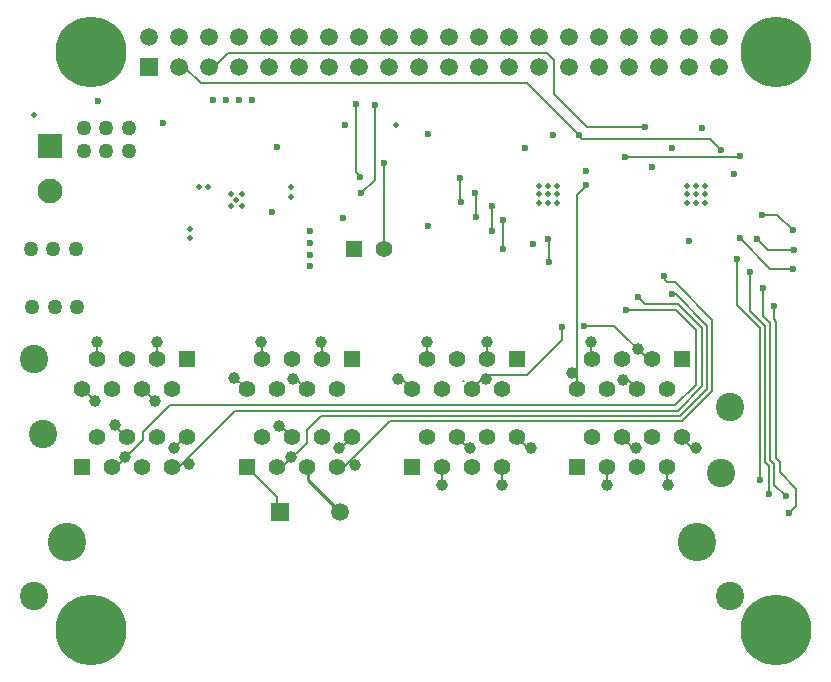
<source format=gbl>
G04*
G04 #@! TF.GenerationSoftware,Altium Limited,Altium Designer,19.1.8 (144)*
G04*
G04 Layer_Physical_Order=4*
G04 Layer_Color=16711680*
%FSLAX25Y25*%
%MOIN*%
G70*
G01*
G75*
%ADD12C,0.00787*%
%ADD14C,0.01000*%
%ADD24C,0.03937*%
%ADD25C,0.05906*%
%ADD77C,0.00800*%
%ADD78C,0.00700*%
%ADD81R,0.08268X0.08268*%
%ADD82C,0.08268*%
%ADD83C,0.05512*%
%ADD84R,0.05512X0.05512*%
%ADD85C,0.09449*%
%ADD86C,0.12795*%
%ADD87R,0.05906X0.05906*%
%ADD88C,0.02362*%
%ADD89C,0.01968*%
%ADD90C,0.05000*%
%ADD108R,0.05906X0.05906*%
%ADD109C,0.23622*%
D12*
X156496Y94095D02*
X161220Y98819D01*
X186614Y110630D02*
Y114961D01*
X174803Y98819D02*
X186614Y110630D01*
X161220Y98819D02*
X174803D01*
X93307Y68110D02*
X101575Y76378D01*
Y80709D01*
X91496Y68110D02*
X93307D01*
X101575Y80709D02*
X106118Y85252D01*
X225741D01*
X92716Y81890D02*
X96496Y78110D01*
X92126Y81890D02*
X92716D01*
X196280Y104311D02*
X196496Y104095D01*
X196280Y104311D02*
Y109626D01*
X196063Y109843D02*
X196280Y109626D01*
X207059Y96878D02*
X208712D01*
X206693Y97244D02*
X207059Y96878D01*
X208712D02*
X211496Y94095D01*
X210197Y74410D02*
X211024D01*
X206496Y78110D02*
X210197Y74410D01*
X229280Y75326D02*
X229333D01*
X230250Y74410D01*
X231102D01*
X226496Y78110D02*
X229280Y75326D01*
X221496Y68110D02*
X221575Y68031D01*
Y62283D02*
Y68031D01*
Y62283D02*
X221654Y62205D01*
X201496Y68110D02*
X201535Y68071D01*
Y62244D02*
Y68071D01*
Y62244D02*
X201575Y62205D01*
X146476Y68090D02*
X146496Y68110D01*
X146476Y62224D02*
Y68090D01*
X146457Y62205D02*
X146476Y62224D01*
X166496Y68110D02*
X166516Y68090D01*
Y62224D02*
Y68090D01*
Y62224D02*
X166535Y62205D01*
X155197Y74410D02*
X155905D01*
X151496Y78110D02*
X155197Y74410D01*
X171496Y78110D02*
X175197Y74410D01*
X175984D01*
X161457Y104134D02*
X161496Y104095D01*
X161457Y104134D02*
Y109803D01*
X161417Y109843D02*
X161457Y109803D01*
X153580Y96878D02*
X153712D01*
X141417Y104173D02*
X141496Y104095D01*
X141417Y104173D02*
Y109764D01*
X141339Y109843D02*
X141417Y109764D01*
X133501Y96878D02*
X133712D01*
X132742Y97638D02*
X133501Y96878D01*
X131890Y97638D02*
X132742D01*
X133712Y96878D02*
X136496Y94095D01*
X106398Y104193D02*
X106496Y104095D01*
X106398Y104193D02*
Y109744D01*
X106299Y109843D02*
X106398Y109744D01*
X98555Y97035D02*
X101496Y94095D01*
X97453Y97035D02*
X98555D01*
X96850Y97638D02*
X97453Y97035D01*
X86358Y104232D02*
X86496Y104095D01*
X86358Y104232D02*
Y109705D01*
X86221Y109843D02*
X86358Y109705D01*
X77559Y98032D02*
X81496Y94095D01*
X77165Y98032D02*
X77559D01*
X112205Y74410D02*
X112795D01*
X116496Y78110D01*
X111457Y68071D02*
X111496Y68110D01*
X91417Y68032D02*
X91496Y68110D01*
X36358Y67972D02*
X36496Y68110D01*
X56398Y68012D02*
X56496Y68110D01*
X57087Y74410D02*
X60787Y78110D01*
X61496D01*
X37402Y82284D02*
X40709Y78110D01*
X41496D01*
X46496Y94095D02*
X46850D01*
X50787Y90158D01*
X26772Y94095D02*
X30709Y90158D01*
X26496Y94095D02*
X26772D01*
X31496Y104095D02*
Y107874D01*
X31496Y104095D02*
X31496Y104095D01*
X51535Y109409D02*
X51575Y109449D01*
X51535Y104134D02*
Y109409D01*
X51496Y104095D02*
X51535Y104134D01*
X55756Y88827D02*
X224260D01*
X46850Y79921D02*
X55756Y88827D01*
X46850Y77165D02*
Y79921D01*
X37795Y68110D02*
X46850Y77165D01*
X77591Y87039D02*
X225000D01*
X58661Y68110D02*
X77591Y87039D01*
X56496Y68110D02*
X58661D01*
X193701Y115354D02*
X203937D01*
X215197Y104095D01*
X223228Y125984D02*
X223489Y125724D01*
X224442D01*
X234858Y115307D01*
Y94370D02*
Y115307D01*
X255937Y70669D02*
Y116110D01*
Y70669D02*
X257299Y69307D01*
Y62386D02*
Y69307D01*
Y62386D02*
X261024Y58661D01*
X258268Y152362D02*
X263386Y147244D01*
X253150Y152362D02*
X258268D01*
X257874Y71260D02*
Y116701D01*
X257087Y117488D02*
X257874Y116701D01*
X257087Y117488D02*
Y122047D01*
X255118Y140551D02*
X263779D01*
X251575Y144095D02*
X255118Y140551D01*
X255906Y134252D02*
X263386D01*
X245669Y144488D02*
X255906Y134252D01*
X244882Y122110D02*
Y137402D01*
Y122110D02*
X252362Y114629D01*
Y63779D02*
Y114629D01*
X249213Y120307D02*
Y133071D01*
Y120307D02*
X254150Y115370D01*
Y69866D02*
Y115370D01*
X253543Y118504D02*
X255937Y116110D01*
X253543Y118504D02*
Y127953D01*
X259087Y66488D02*
Y70047D01*
X257874Y71260D02*
X259087Y70047D01*
Y66488D02*
X264567Y61008D01*
Y55118D02*
Y61008D01*
X262205Y52756D02*
X264567Y55118D01*
X254150Y69866D02*
X255512Y68504D01*
Y59055D02*
Y68504D01*
X236646Y93629D02*
Y117291D01*
X224016Y129921D02*
X236646Y117291D01*
X221452Y129921D02*
X224016D01*
X220866Y130507D02*
X221452Y129921D01*
X220866Y130507D02*
Y131127D01*
X220472Y131521D02*
X220866Y131127D01*
X220472Y131521D02*
Y131890D01*
X225197Y122441D02*
X233071Y114567D01*
X214173Y122441D02*
X225197D01*
X211811Y124803D02*
X214173Y122441D01*
X224638Y120472D02*
X231102Y114008D01*
X207874Y120472D02*
X224638D01*
X231102Y95669D02*
Y114008D01*
X233071Y95110D02*
Y114567D01*
X225741Y85252D02*
X234858Y94370D01*
X224260Y88827D02*
X231102Y95669D01*
X225000Y87039D02*
X233071Y95110D01*
X226481Y83465D02*
X236646Y93629D01*
X129134Y83465D02*
X226481D01*
X113779Y68110D02*
X129134Y83465D01*
X111496Y68110D02*
X113779D01*
X36496D02*
X37795D01*
X181890Y144095D02*
X182087Y143898D01*
Y136811D02*
Y143898D01*
Y136811D02*
X182283Y136614D01*
X152362Y164567D02*
X152559Y164370D01*
Y156890D02*
Y164370D01*
Y156890D02*
X152756Y156693D01*
X215197Y104095D02*
X216496D01*
X194488Y161811D02*
Y162205D01*
X191496Y158819D02*
X194488Y161811D01*
X191496Y94095D02*
Y158819D01*
X166929Y140945D02*
Y150394D01*
X162992Y146850D02*
Y155118D01*
X157874Y151575D02*
Y159055D01*
X157480Y159449D02*
X157874Y159055D01*
D14*
X101496Y68110D02*
X101894Y67712D01*
Y63854D02*
Y67712D01*
Y63854D02*
X112598Y53150D01*
X69150Y200141D02*
Y201244D01*
X68701Y201693D02*
X69150Y201244D01*
D24*
X211811Y107480D02*
D03*
X196063Y109843D02*
D03*
X206693Y97244D02*
D03*
X189764Y99606D02*
D03*
X161417Y109843D02*
D03*
X141339D02*
D03*
X161024Y97638D02*
D03*
X131890D02*
D03*
X106299Y109843D02*
D03*
X86221D02*
D03*
X96850Y97638D02*
D03*
X77165Y98032D02*
D03*
X37402Y82284D02*
D03*
X57087Y74410D02*
D03*
X92126Y81890D02*
D03*
X112205Y74410D02*
D03*
X155905D02*
D03*
X175984D02*
D03*
X211024D02*
D03*
X231102D02*
D03*
X201575Y62205D02*
D03*
X221654D02*
D03*
X166535D02*
D03*
X146457D02*
D03*
X117323Y68898D02*
D03*
X96063Y71653D02*
D03*
X40945D02*
D03*
X62205Y69291D02*
D03*
X31496Y109843D02*
D03*
X30709Y90158D02*
D03*
X50787D02*
D03*
X51575Y109843D02*
D03*
D25*
X112598Y53150D02*
D03*
X48701Y211693D02*
D03*
X58701Y201693D02*
D03*
Y211693D02*
D03*
X68701Y201693D02*
D03*
Y211693D02*
D03*
X78701Y201693D02*
D03*
Y211693D02*
D03*
X88701Y201693D02*
D03*
Y211693D02*
D03*
X98701Y201693D02*
D03*
Y211693D02*
D03*
X108701Y201693D02*
D03*
Y211693D02*
D03*
X118701Y201693D02*
D03*
Y211693D02*
D03*
X128701Y201693D02*
D03*
Y211693D02*
D03*
X138701Y201693D02*
D03*
Y211693D02*
D03*
X148701Y201693D02*
D03*
Y211693D02*
D03*
X158701Y201693D02*
D03*
Y211693D02*
D03*
X168701Y201693D02*
D03*
Y211693D02*
D03*
X178701Y201693D02*
D03*
Y211693D02*
D03*
X188701Y201693D02*
D03*
Y211693D02*
D03*
X198701Y201693D02*
D03*
Y211693D02*
D03*
X238701D02*
D03*
Y201693D02*
D03*
X228701Y211693D02*
D03*
Y201693D02*
D03*
X218701Y211693D02*
D03*
Y201693D02*
D03*
X208701Y211693D02*
D03*
Y201693D02*
D03*
D77*
X81496Y68110D02*
X91320Y58287D01*
Y54350D02*
Y58287D01*
Y54350D02*
X92520Y53150D01*
X207480Y171653D02*
X245276D01*
X245669Y172047D01*
X194882Y181496D02*
X214173D01*
X183858Y192520D02*
X194882Y181496D01*
X193307Y177559D02*
X235827D01*
X192126Y178740D02*
X193307Y177559D01*
X235827D02*
X239370Y174016D01*
X174803Y196063D02*
X192126Y178740D01*
X58701Y201693D02*
X58709Y201685D01*
X60520D01*
X66142Y196063D01*
X174803D01*
X69150Y200141D02*
X75308Y206299D01*
X183858Y192520D02*
Y203937D01*
X181496Y206299D02*
X183858Y203937D01*
X75308Y206299D02*
X181496D01*
D78*
X119587Y159429D02*
X124016Y163858D01*
X119193Y164941D02*
Y165143D01*
X117717Y166620D02*
X119193Y165143D01*
X117717Y166620D02*
Y189370D01*
X124016Y163858D02*
Y188976D01*
X127106Y169626D02*
X127165Y169685D01*
X127106Y141004D02*
Y169626D01*
X127047Y140945D02*
X127106Y141004D01*
D81*
X15748Y175236D02*
D03*
D82*
Y160236D02*
D03*
D83*
X206496Y78110D02*
D03*
X211496Y68110D02*
D03*
X216496Y78110D02*
D03*
X221496Y68110D02*
D03*
X226496Y78110D02*
D03*
X201496Y68110D02*
D03*
X196496Y78110D02*
D03*
X141496D02*
D03*
X146496Y68110D02*
D03*
X171496Y78110D02*
D03*
X166496Y68110D02*
D03*
X161496Y78110D02*
D03*
X156496Y68110D02*
D03*
X151496Y78110D02*
D03*
X31496D02*
D03*
X36496Y68110D02*
D03*
X61496Y78110D02*
D03*
X56496Y68110D02*
D03*
X51496Y78110D02*
D03*
X46496Y68110D02*
D03*
X41496Y78110D02*
D03*
X46496Y94095D02*
D03*
X41496Y104095D02*
D03*
X36496Y94095D02*
D03*
X31496Y104095D02*
D03*
X26496Y94095D02*
D03*
X51496Y104095D02*
D03*
X56496Y94095D02*
D03*
X156496D02*
D03*
X151496Y104095D02*
D03*
X146496Y94095D02*
D03*
X141496Y104095D02*
D03*
X136496Y94095D02*
D03*
X161496Y104095D02*
D03*
X166496Y94095D02*
D03*
X111496D02*
D03*
X106496Y104095D02*
D03*
X81496Y94095D02*
D03*
X86496Y104095D02*
D03*
X91496Y94095D02*
D03*
X96496Y104095D02*
D03*
X101496Y94095D02*
D03*
X221496D02*
D03*
X216496Y104095D02*
D03*
X191496Y94095D02*
D03*
X196496Y104095D02*
D03*
X201496Y94095D02*
D03*
X206496Y104095D02*
D03*
X211496Y94095D02*
D03*
X96496Y78110D02*
D03*
X101496Y68110D02*
D03*
X106496Y78110D02*
D03*
X111496Y68110D02*
D03*
X116496Y78110D02*
D03*
X91496Y68110D02*
D03*
X86496Y78110D02*
D03*
X127047Y140945D02*
D03*
D84*
X191496Y68110D02*
D03*
X136496D02*
D03*
X26496D02*
D03*
X61496Y104095D02*
D03*
X171496D02*
D03*
X116496D02*
D03*
X226496D02*
D03*
X81496Y68110D02*
D03*
X117047Y140945D02*
D03*
D85*
X242520Y88110D02*
D03*
X10472Y104134D02*
D03*
X239528Y66142D02*
D03*
X13465Y79134D02*
D03*
X10472Y25118D02*
D03*
X242520D02*
D03*
D86*
X21496Y43110D02*
D03*
X231496D02*
D03*
D87*
X48701Y201693D02*
D03*
D88*
X89764Y153150D02*
D03*
X193701Y115354D02*
D03*
X176772Y142520D02*
D03*
X207480Y171653D02*
D03*
X214173Y181496D02*
D03*
X192126Y178740D02*
D03*
X245669Y172047D02*
D03*
X216535Y168110D02*
D03*
X233071Y181102D02*
D03*
X223228Y174409D02*
D03*
X239370Y174016D02*
D03*
X117717Y189370D02*
D03*
X124016Y188976D02*
D03*
X194488Y166929D02*
D03*
X243701Y165748D02*
D03*
X228740Y143701D02*
D03*
X253150Y152362D02*
D03*
X263386Y147244D02*
D03*
X251575Y144095D02*
D03*
X263779Y140551D02*
D03*
X263386Y134252D02*
D03*
X245669Y144488D02*
D03*
X244882Y137402D02*
D03*
X249213Y133071D02*
D03*
X253543Y127953D02*
D03*
X257087Y122047D02*
D03*
X262205Y52756D02*
D03*
X261024Y58661D02*
D03*
X255512Y59055D02*
D03*
X252362Y63779D02*
D03*
X220472Y131890D02*
D03*
X223228Y125984D02*
D03*
X211811Y124803D02*
D03*
X207874Y120472D02*
D03*
X174016Y174409D02*
D03*
X183465Y178740D02*
D03*
X152362Y164567D02*
D03*
X186614Y114961D02*
D03*
X194488Y162205D02*
D03*
X182283Y136614D02*
D03*
X181890Y144095D02*
D03*
X166929Y150394D02*
D03*
Y140945D02*
D03*
X162992Y155118D02*
D03*
Y146850D02*
D03*
X157874Y151575D02*
D03*
X152756Y156693D02*
D03*
X157480Y159449D02*
D03*
X113386Y151181D02*
D03*
X141732Y148425D02*
D03*
X127165Y169685D02*
D03*
X119587Y159429D02*
D03*
X119193Y164941D02*
D03*
X141732Y179134D02*
D03*
X31890Y190158D02*
D03*
X114173Y182283D02*
D03*
X102362Y135098D02*
D03*
Y139035D02*
D03*
Y142972D02*
D03*
Y146909D02*
D03*
X53543Y182736D02*
D03*
X70079Y190610D02*
D03*
X74409D02*
D03*
X78740D02*
D03*
X83071D02*
D03*
X91339Y174862D02*
D03*
D89*
X131102Y182283D02*
D03*
X10532Y185433D02*
D03*
X96063Y158327D02*
D03*
Y161476D02*
D03*
X62598Y147697D02*
D03*
Y144547D02*
D03*
X65354Y161476D02*
D03*
X68504D02*
D03*
X234055Y156103D02*
D03*
X231102D02*
D03*
X228150D02*
D03*
X234055Y159055D02*
D03*
X231102D02*
D03*
X228150D02*
D03*
X234055Y162008D02*
D03*
X231102D02*
D03*
X228150D02*
D03*
X184843Y156102D02*
D03*
X181890D02*
D03*
X178937D02*
D03*
X184843Y159055D02*
D03*
X181890D02*
D03*
X178937D02*
D03*
X184843Y162008D02*
D03*
X181890D02*
D03*
X178937D02*
D03*
X77953Y157146D02*
D03*
X75984Y155177D02*
D03*
X79921D02*
D03*
Y159114D02*
D03*
X75984D02*
D03*
D90*
X24803Y121654D02*
D03*
X17323D02*
D03*
X24409Y140945D02*
D03*
X16929D02*
D03*
X42126Y173622D02*
D03*
Y181102D02*
D03*
X34646Y173622D02*
D03*
Y181102D02*
D03*
X27165Y173622D02*
D03*
Y181102D02*
D03*
X9449Y141004D02*
D03*
X9843Y121713D02*
D03*
D108*
X92520Y53150D02*
D03*
D109*
X257874Y13780D02*
D03*
X29528D02*
D03*
Y206693D02*
D03*
X257874D02*
D03*
M02*

</source>
